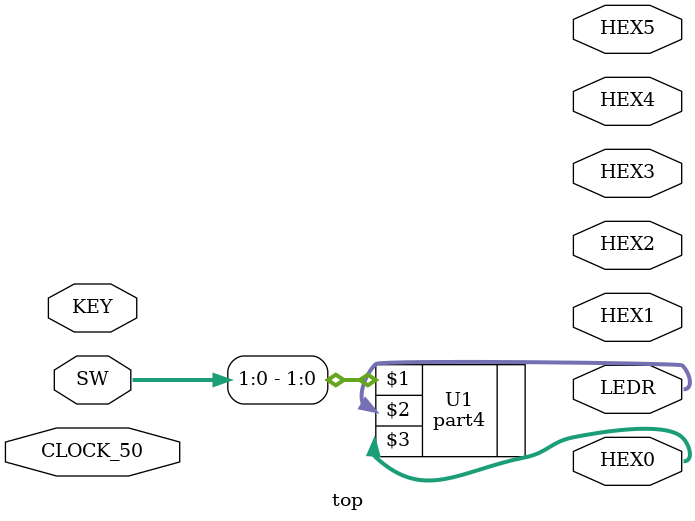
<source format=v>

module top (CLOCK_50, SW, KEY, HEX0, HEX1, HEX2, HEX3, HEX4, HEX5, LEDR);

    input CLOCK_50;             // DE-series 50 MHz clock signal
    input wire [9:0] SW;        // DE-series switches
    input wire [3:0] KEY;       // DE-series pushbuttons

    output wire [6:0] HEX0;     // DE-series HEX displays
    output wire [6:0] HEX1;
    output wire [6:0] HEX2;
    output wire [6:0] HEX3;
    output wire [6:0] HEX4;
    output wire [6:0] HEX5;

    output wire [9:0] LEDR;     // DE-series LEDs   

    part4 U1 (SW[1:0], LEDR, HEX0);

endmodule


</source>
